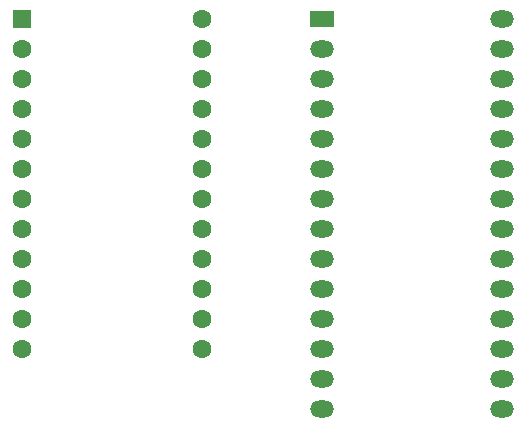
<source format=gtl>
%TF.GenerationSoftware,KiCad,Pcbnew,9.0.3-9.0.3-0~ubuntu24.04.1*%
%TF.CreationDate,2025-08-16T22:58:58+09:00*%
%TF.ProjectId,romext-2364,726f6d65-7874-42d3-9233-36342e6b6963,1-2*%
%TF.SameCoordinates,Original*%
%TF.FileFunction,Copper,L1,Top*%
%TF.FilePolarity,Positive*%
%FSLAX46Y46*%
G04 Gerber Fmt 4.6, Leading zero omitted, Abs format (unit mm)*
G04 Created by KiCad (PCBNEW 9.0.3-9.0.3-0~ubuntu24.04.1) date 2025-08-16 22:58:58*
%MOMM*%
%LPD*%
G01*
G04 APERTURE LIST*
G04 Aperture macros list*
%AMRoundRect*
0 Rectangle with rounded corners*
0 $1 Rounding radius*
0 $2 $3 $4 $5 $6 $7 $8 $9 X,Y pos of 4 corners*
0 Add a 4 corners polygon primitive as box body*
4,1,4,$2,$3,$4,$5,$6,$7,$8,$9,$2,$3,0*
0 Add four circle primitives for the rounded corners*
1,1,$1+$1,$2,$3*
1,1,$1+$1,$4,$5*
1,1,$1+$1,$6,$7*
1,1,$1+$1,$8,$9*
0 Add four rect primitives between the rounded corners*
20,1,$1+$1,$2,$3,$4,$5,0*
20,1,$1+$1,$4,$5,$6,$7,0*
20,1,$1+$1,$6,$7,$8,$9,0*
20,1,$1+$1,$8,$9,$2,$3,0*%
G04 Aperture macros list end*
%TA.AperFunction,ComponentPad*%
%ADD10RoundRect,0.250000X-0.550000X-0.550000X0.550000X-0.550000X0.550000X0.550000X-0.550000X0.550000X0*%
%TD*%
%TA.AperFunction,ComponentPad*%
%ADD11C,1.600000*%
%TD*%
%TA.AperFunction,ComponentPad*%
%ADD12R,2.000000X1.440000*%
%TD*%
%TA.AperFunction,ComponentPad*%
%ADD13O,2.000000X1.440000*%
%TD*%
G04 APERTURE END LIST*
D10*
%TO.P,J1,1,A7*%
%TO.N,/A7*%
X101600000Y-50800000D03*
D11*
%TO.P,J1,2,A6*%
%TO.N,/A6*%
X101600000Y-53340000D03*
%TO.P,J1,3,A5*%
%TO.N,/A5*%
X101600000Y-55880000D03*
%TO.P,J1,4,A4*%
%TO.N,/A4*%
X101600000Y-58420000D03*
%TO.P,J1,5,A3*%
%TO.N,/A3*%
X101600000Y-60960000D03*
%TO.P,J1,6,A2*%
%TO.N,/A2*%
X101600000Y-63500000D03*
%TO.P,J1,7,A1*%
%TO.N,/A1*%
X101600000Y-66040000D03*
%TO.P,J1,8,A0*%
%TO.N,/A0*%
X101600000Y-68580000D03*
%TO.P,J1,9,D0*%
%TO.N,/D0*%
X101600000Y-71120000D03*
%TO.P,J1,10,D1*%
%TO.N,/D1*%
X101600000Y-73660000D03*
%TO.P,J1,11,D2*%
%TO.N,/D2*%
X101600000Y-76200000D03*
%TO.P,J1,12,GND*%
%TO.N,GND*%
X101600000Y-78740000D03*
%TO.P,J1,13,D3*%
%TO.N,/D3*%
X116840000Y-78740000D03*
%TO.P,J1,14,D4*%
%TO.N,/D4*%
X116840000Y-76200000D03*
%TO.P,J1,15,D5*%
%TO.N,/D5*%
X116840000Y-73660000D03*
%TO.P,J1,16,D6*%
%TO.N,/D6*%
X116840000Y-71120000D03*
%TO.P,J1,17,D7*%
%TO.N,/D7*%
X116840000Y-68580000D03*
%TO.P,J1,18,A11*%
%TO.N,/A11*%
X116840000Y-66040000D03*
%TO.P,J1,19,A10*%
%TO.N,/A10*%
X116840000Y-63500000D03*
%TO.P,J1,20,~{CS}*%
%TO.N,Net-(J1-~{CS})*%
X116840000Y-60960000D03*
%TO.P,J1,21,A12*%
%TO.N,/A12*%
X116840000Y-58420000D03*
%TO.P,J1,22,A9*%
%TO.N,/A9*%
X116840000Y-55880000D03*
%TO.P,J1,23,A8*%
%TO.N,/A8*%
X116840000Y-53340000D03*
%TO.P,J1,24,Vcc*%
%TO.N,VCC*%
X116840000Y-50800000D03*
%TD*%
D12*
%TO.P,U1,1,VPP*%
%TO.N,VCC*%
X127000000Y-50800000D03*
D13*
%TO.P,U1,2,A12*%
%TO.N,/A12*%
X127000000Y-53340000D03*
%TO.P,U1,3,A7*%
%TO.N,/A7*%
X127000000Y-55880000D03*
%TO.P,U1,4,A6*%
%TO.N,/A6*%
X127000000Y-58420000D03*
%TO.P,U1,5,A5*%
%TO.N,/A5*%
X127000000Y-60960000D03*
%TO.P,U1,6,A4*%
%TO.N,/A4*%
X127000000Y-63500000D03*
%TO.P,U1,7,A3*%
%TO.N,/A3*%
X127000000Y-66040000D03*
%TO.P,U1,8,A2*%
%TO.N,/A2*%
X127000000Y-68580000D03*
%TO.P,U1,9,A1*%
%TO.N,/A1*%
X127000000Y-71120000D03*
%TO.P,U1,10,A0*%
%TO.N,/A0*%
X127000000Y-73660000D03*
%TO.P,U1,11,D0*%
%TO.N,/D0*%
X127000000Y-76200000D03*
%TO.P,U1,12,D1*%
%TO.N,/D1*%
X127000000Y-78740000D03*
%TO.P,U1,13,D2*%
%TO.N,/D2*%
X127000000Y-81280000D03*
%TO.P,U1,14,GND*%
%TO.N,GND*%
X127000000Y-83820000D03*
%TO.P,U1,15,D3*%
%TO.N,/D3*%
X142240000Y-83820000D03*
%TO.P,U1,16,D4*%
%TO.N,/D4*%
X142240000Y-81280000D03*
%TO.P,U1,17,D5*%
%TO.N,/D5*%
X142240000Y-78740000D03*
%TO.P,U1,18,D6*%
%TO.N,/D6*%
X142240000Y-76200000D03*
%TO.P,U1,19,D7*%
%TO.N,/D7*%
X142240000Y-73660000D03*
%TO.P,U1,20,~{CE}*%
%TO.N,Net-(J1-~{CS})*%
X142240000Y-71120000D03*
%TO.P,U1,21,A10*%
%TO.N,/A10*%
X142240000Y-68580000D03*
%TO.P,U1,22,~{OE}*%
%TO.N,Net-(J1-~{CS})*%
X142240000Y-66040000D03*
%TO.P,U1,23,A11*%
%TO.N,/A11*%
X142240000Y-63500000D03*
%TO.P,U1,24,A9*%
%TO.N,/A9*%
X142240000Y-60960000D03*
%TO.P,U1,25,A8*%
%TO.N,/A8*%
X142240000Y-58420000D03*
%TO.P,U1,26,NC*%
%TO.N,unconnected-(U1-NC-Pad26)*%
X142240000Y-55880000D03*
%TO.P,U1,27,~{PGM}*%
%TO.N,VCC*%
X142240000Y-53340000D03*
%TO.P,U1,28,VCC*%
X142240000Y-50800000D03*
%TD*%
M02*

</source>
